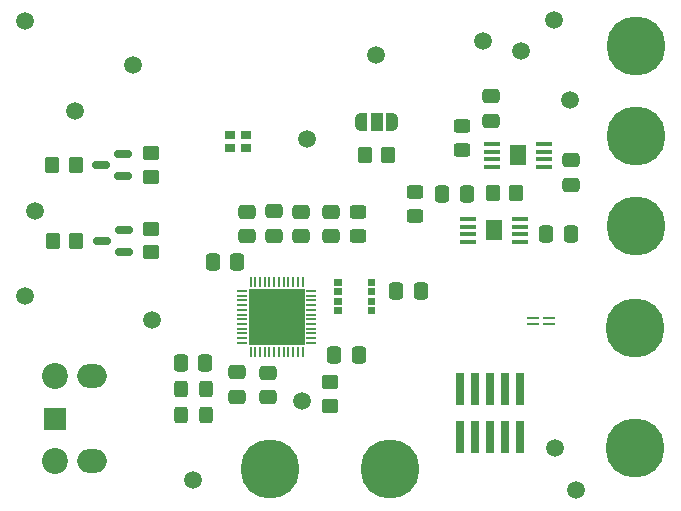
<source format=gbr>
%TF.GenerationSoftware,KiCad,Pcbnew,7.0.1*%
%TF.CreationDate,2023-11-14T13:07:04+01:00*%
%TF.ProjectId,Driver_detector,44726976-6572-45f6-9465-746563746f72,rev?*%
%TF.SameCoordinates,Original*%
%TF.FileFunction,Soldermask,Top*%
%TF.FilePolarity,Negative*%
%FSLAX46Y46*%
G04 Gerber Fmt 4.6, Leading zero omitted, Abs format (unit mm)*
G04 Created by KiCad (PCBNEW 7.0.1) date 2023-11-14 13:07:04*
%MOMM*%
%LPD*%
G01*
G04 APERTURE LIST*
G04 Aperture macros list*
%AMRoundRect*
0 Rectangle with rounded corners*
0 $1 Rounding radius*
0 $2 $3 $4 $5 $6 $7 $8 $9 X,Y pos of 4 corners*
0 Add a 4 corners polygon primitive as box body*
4,1,4,$2,$3,$4,$5,$6,$7,$8,$9,$2,$3,0*
0 Add four circle primitives for the rounded corners*
1,1,$1+$1,$2,$3*
1,1,$1+$1,$4,$5*
1,1,$1+$1,$6,$7*
1,1,$1+$1,$8,$9*
0 Add four rect primitives between the rounded corners*
20,1,$1+$1,$2,$3,$4,$5,0*
20,1,$1+$1,$4,$5,$6,$7,0*
20,1,$1+$1,$6,$7,$8,$9,0*
20,1,$1+$1,$8,$9,$2,$3,0*%
%AMFreePoly0*
4,1,19,0.550000,-0.750000,0.000000,-0.750000,0.000000,-0.744911,-0.071157,-0.744911,-0.207708,-0.704816,-0.327430,-0.627875,-0.420627,-0.520320,-0.479746,-0.390866,-0.500000,-0.250000,-0.500000,0.250000,-0.479746,0.390866,-0.420627,0.520320,-0.327430,0.627875,-0.207708,0.704816,-0.071157,0.744911,0.000000,0.744911,0.000000,0.750000,0.550000,0.750000,0.550000,-0.750000,0.550000,-0.750000,
$1*%
%AMFreePoly1*
4,1,19,0.000000,0.744911,0.071157,0.744911,0.207708,0.704816,0.327430,0.627875,0.420627,0.520320,0.479746,0.390866,0.500000,0.250000,0.500000,-0.250000,0.479746,-0.390866,0.420627,-0.520320,0.327430,-0.627875,0.207708,-0.704816,0.071157,-0.744911,0.000000,-0.744911,0.000000,-0.750000,-0.550000,-0.750000,-0.550000,0.750000,0.000000,0.750000,0.000000,0.744911,0.000000,0.744911,
$1*%
G04 Aperture macros list end*
%ADD10C,0.010000*%
%ADD11RoundRect,0.250000X0.337500X0.475000X-0.337500X0.475000X-0.337500X-0.475000X0.337500X-0.475000X0*%
%ADD12C,1.500000*%
%ADD13RoundRect,0.250000X0.350000X0.450000X-0.350000X0.450000X-0.350000X-0.450000X0.350000X-0.450000X0*%
%ADD14FreePoly0,180.000000*%
%ADD15R,1.000000X1.500000*%
%ADD16FreePoly1,180.000000*%
%ADD17RoundRect,0.250000X0.450000X-0.325000X0.450000X0.325000X-0.450000X0.325000X-0.450000X-0.325000X0*%
%ADD18RoundRect,0.250000X0.475000X-0.337500X0.475000X0.337500X-0.475000X0.337500X-0.475000X-0.337500X0*%
%ADD19C,5.000000*%
%ADD20RoundRect,0.250000X-0.475000X0.337500X-0.475000X-0.337500X0.475000X-0.337500X0.475000X0.337500X0*%
%ADD21RoundRect,0.250000X-0.337500X-0.475000X0.337500X-0.475000X0.337500X0.475000X-0.337500X0.475000X0*%
%ADD22RoundRect,0.250000X-0.350000X-0.450000X0.350000X-0.450000X0.350000X0.450000X-0.350000X0.450000X0*%
%ADD23R,1.400000X0.450000*%
%ADD24R,1.450000X1.750000*%
%ADD25RoundRect,0.250000X-0.325000X-0.450000X0.325000X-0.450000X0.325000X0.450000X-0.325000X0.450000X0*%
%ADD26R,0.900000X0.800000*%
%ADD27RoundRect,0.150000X0.587500X0.150000X-0.587500X0.150000X-0.587500X-0.150000X0.587500X-0.150000X0*%
%ADD28RoundRect,0.250000X0.450000X-0.350000X0.450000X0.350000X-0.450000X0.350000X-0.450000X-0.350000X0*%
%ADD29R,1.050000X0.250000*%
%ADD30RoundRect,0.250000X0.325000X0.450000X-0.325000X0.450000X-0.325000X-0.450000X0.325000X-0.450000X0*%
%ADD31R,0.200000X0.850000*%
%ADD32R,0.850000X0.200000*%
%ADD33R,4.700000X4.700000*%
%ADD34R,1.900000X1.900000*%
%ADD35C,2.200000*%
%ADD36O,2.500000X2.000000*%
%ADD37RoundRect,0.250000X-0.450000X0.325000X-0.450000X-0.325000X0.450000X-0.325000X0.450000X0.325000X0*%
%ADD38R,0.740000X2.790000*%
G04 APERTURE END LIST*
%TO.C,U1*%
D10*
X231746500Y-71948000D02*
X231196500Y-71948000D01*
X231196500Y-71448000D01*
X231746500Y-71448000D01*
X231746500Y-71948000D01*
G36*
X231746500Y-71948000D02*
G01*
X231196500Y-71948000D01*
X231196500Y-71448000D01*
X231746500Y-71448000D01*
X231746500Y-71948000D01*
G37*
X231746500Y-72748000D02*
X231196500Y-72748000D01*
X231196500Y-72248000D01*
X231746500Y-72248000D01*
X231746500Y-72748000D01*
G36*
X231746500Y-72748000D02*
G01*
X231196500Y-72748000D01*
X231196500Y-72248000D01*
X231746500Y-72248000D01*
X231746500Y-72748000D01*
G37*
X231746500Y-73548000D02*
X231196500Y-73548000D01*
X231196500Y-73048000D01*
X231746500Y-73048000D01*
X231746500Y-73548000D01*
G36*
X231746500Y-73548000D02*
G01*
X231196500Y-73548000D01*
X231196500Y-73048000D01*
X231746500Y-73048000D01*
X231746500Y-73548000D01*
G37*
X231746500Y-74348000D02*
X231196500Y-74348000D01*
X231196500Y-73848000D01*
X231746500Y-73848000D01*
X231746500Y-74348000D01*
G36*
X231746500Y-74348000D02*
G01*
X231196500Y-74348000D01*
X231196500Y-73848000D01*
X231746500Y-73848000D01*
X231746500Y-74348000D01*
G37*
X234596500Y-71948000D02*
X234046500Y-71948000D01*
X234046500Y-71448000D01*
X234596500Y-71448000D01*
X234596500Y-71948000D01*
G36*
X234596500Y-71948000D02*
G01*
X234046500Y-71948000D01*
X234046500Y-71448000D01*
X234596500Y-71448000D01*
X234596500Y-71948000D01*
G37*
X234596500Y-72748000D02*
X234046500Y-72748000D01*
X234046500Y-72248000D01*
X234596500Y-72248000D01*
X234596500Y-72748000D01*
G36*
X234596500Y-72748000D02*
G01*
X234046500Y-72748000D01*
X234046500Y-72248000D01*
X234596500Y-72248000D01*
X234596500Y-72748000D01*
G37*
X234596500Y-73548000D02*
X234046500Y-73548000D01*
X234046500Y-73048000D01*
X234596500Y-73048000D01*
X234596500Y-73548000D01*
G36*
X234596500Y-73548000D02*
G01*
X234046500Y-73548000D01*
X234046500Y-73048000D01*
X234596500Y-73048000D01*
X234596500Y-73548000D01*
G37*
X234596500Y-74348000D02*
X234046500Y-74348000D01*
X234046500Y-73848000D01*
X234596500Y-73848000D01*
X234596500Y-74348000D01*
G36*
X234596500Y-74348000D02*
G01*
X234046500Y-74348000D01*
X234046500Y-73848000D01*
X234596500Y-73848000D01*
X234596500Y-74348000D01*
G37*
%TD*%
D11*
%TO.C,C5*%
X220262500Y-78550000D03*
X218187500Y-78550000D03*
%TD*%
D12*
%TO.C,SDA_SENS1*%
X205880000Y-65740000D03*
%TD*%
D13*
%TO.C,R1*%
X235775000Y-60950000D03*
X233775000Y-60950000D03*
%TD*%
D12*
%TO.C,SDA_MCU1*%
X215750000Y-74900000D03*
%TD*%
D14*
%TO.C,JP1*%
X236091000Y-58156000D03*
D15*
X234791000Y-58156000D03*
D16*
X233491000Y-58156000D03*
%TD*%
D17*
%TO.C,L3*%
X233172000Y-67836000D03*
X233172000Y-65786000D03*
%TD*%
D12*
%TO.C,1V8TPS1*%
X228900000Y-59650000D03*
%TD*%
D18*
%TO.C,C10*%
X223774000Y-67839500D03*
X223774000Y-65764500D03*
%TD*%
D12*
%TO.C,SCL_SENS1*%
X214150000Y-53325000D03*
%TD*%
%TO.C,TP_GND2*%
X205025000Y-49650000D03*
%TD*%
D19*
%TO.C,BZ1*%
X225770000Y-87530000D03*
X235930000Y-87530000D03*
%TD*%
D12*
%TO.C,V_LS_IC1*%
X251200000Y-56350000D03*
%TD*%
D20*
%TO.C,C3*%
X222925000Y-79362500D03*
X222925000Y-81437500D03*
%TD*%
D21*
%TO.C,C18*%
X249162500Y-67675000D03*
X251237500Y-67675000D03*
%TD*%
D20*
%TO.C,C12*%
X228346000Y-65786000D03*
X228346000Y-67861000D03*
%TD*%
D19*
%TO.C,Battery-1*%
X256675000Y-85785000D03*
X256675000Y-75625000D03*
%TD*%
D22*
%TO.C,R8*%
X244600000Y-64200000D03*
X246600000Y-64200000D03*
%TD*%
D23*
%TO.C,IC4*%
X242488000Y-66376000D03*
X242488000Y-67026000D03*
X242488000Y-67676000D03*
X242488000Y-68326000D03*
X246888000Y-68326000D03*
X246888000Y-67676000D03*
X246888000Y-67026000D03*
X246888000Y-66376000D03*
D24*
X244688000Y-67351000D03*
%TD*%
D18*
%TO.C,C9*%
X230886000Y-67861000D03*
X230886000Y-65786000D03*
%TD*%
D12*
%TO.C,SCL_MCU1*%
X209275000Y-57275000D03*
%TD*%
%TO.C,INT1*%
X228500000Y-81825000D03*
%TD*%
D25*
%TO.C,L2*%
X218250000Y-83000000D03*
X220300000Y-83000000D03*
%TD*%
D22*
%TO.C,R6*%
X207337500Y-61775000D03*
X209337500Y-61775000D03*
%TD*%
D26*
%TO.C,Y1*%
X223750000Y-59300000D03*
X222350000Y-59300000D03*
X222350000Y-60400000D03*
X223750000Y-60400000D03*
%TD*%
D22*
%TO.C,R4*%
X207362500Y-68250000D03*
X209362500Y-68250000D03*
%TD*%
D27*
%TO.C,Q2*%
X213350000Y-62750000D03*
X213350000Y-60850000D03*
X211475000Y-61800000D03*
%TD*%
D23*
%TO.C,IC3*%
X244520000Y-60025000D03*
X244520000Y-60675000D03*
X244520000Y-61325000D03*
X244520000Y-61975000D03*
X248920000Y-61975000D03*
X248920000Y-61325000D03*
X248920000Y-60675000D03*
X248920000Y-60025000D03*
D24*
X246720000Y-61000000D03*
%TD*%
D12*
%TO.C,KeyVolt1*%
X234750000Y-52475000D03*
%TD*%
D19*
%TO.C,SW1*%
X256725000Y-51710000D03*
X256725000Y-66950000D03*
X256725000Y-59330000D03*
%TD*%
D28*
%TO.C,R5*%
X215662500Y-62825000D03*
X215662500Y-60825000D03*
%TD*%
D20*
%TO.C,C11*%
X226060000Y-65743000D03*
X226060000Y-67818000D03*
%TD*%
D29*
%TO.C,IC5*%
X248050000Y-74750000D03*
X248050000Y-75250000D03*
X249350000Y-75250000D03*
X249350000Y-74750000D03*
%TD*%
D12*
%TO.C,NReset1*%
X243825000Y-51300000D03*
%TD*%
D11*
%TO.C,C1*%
X238512500Y-72475000D03*
X236437500Y-72475000D03*
%TD*%
D30*
%TO.C,L1*%
X220300000Y-80775000D03*
X218250000Y-80775000D03*
%TD*%
D12*
%TO.C,EN1*%
X251675000Y-89325000D03*
%TD*%
%TO.C,V_Buzzer1*%
X219250000Y-88475000D03*
%TD*%
D18*
%TO.C,C2*%
X225625000Y-81462500D03*
X225625000Y-79387500D03*
%TD*%
D28*
%TO.C,R3*%
X215687500Y-69200000D03*
X215687500Y-67200000D03*
%TD*%
D31*
%TO.C,IC2*%
X224114000Y-77626000D03*
X224514000Y-77626000D03*
X224914000Y-77626000D03*
X225314000Y-77626000D03*
X225714000Y-77626000D03*
X226114000Y-77626000D03*
X226514000Y-77626000D03*
X226914000Y-77626000D03*
X227314000Y-77626000D03*
X227714000Y-77626000D03*
X228114000Y-77626000D03*
X228514000Y-77626000D03*
D32*
X229264000Y-76876000D03*
X229264000Y-76476000D03*
X229264000Y-76076000D03*
X229264000Y-75676000D03*
X229264000Y-75276000D03*
X229264000Y-74876000D03*
X229264000Y-74476000D03*
X229264000Y-74076000D03*
X229264000Y-73676000D03*
X229264000Y-73276000D03*
X229264000Y-72876000D03*
X229264000Y-72476000D03*
D31*
X228514000Y-71726000D03*
X228114000Y-71726000D03*
X227714000Y-71726000D03*
X227314000Y-71726000D03*
X226914000Y-71726000D03*
X226514000Y-71726000D03*
X226114000Y-71726000D03*
X225714000Y-71726000D03*
X225314000Y-71726000D03*
X224914000Y-71726000D03*
X224514000Y-71726000D03*
X224114000Y-71726000D03*
D32*
X223364000Y-72476000D03*
X223364000Y-72876000D03*
X223364000Y-73276000D03*
X223364000Y-73676000D03*
X223364000Y-74076000D03*
X223364000Y-74476000D03*
X223364000Y-74876000D03*
X223364000Y-75276000D03*
X223364000Y-75676000D03*
X223364000Y-76076000D03*
X223364000Y-76476000D03*
X223364000Y-76876000D03*
D33*
X226314000Y-74676000D03*
%TD*%
D34*
%TO.C,AE1*%
X207515000Y-83300000D03*
D35*
X207515000Y-79700000D03*
X207515000Y-86900000D03*
D36*
X210675000Y-86900000D03*
X210675000Y-79700000D03*
%TD*%
D12*
%TO.C,1.8V1*%
X205025000Y-72900000D03*
%TD*%
D18*
%TO.C,C15*%
X244475000Y-58087500D03*
X244475000Y-56012500D03*
%TD*%
D12*
%TO.C,3V3_TPS1*%
X247050000Y-52150000D03*
%TD*%
%TO.C,TP_GND1*%
X249775000Y-49575000D03*
%TD*%
D28*
%TO.C,R2*%
X230850000Y-82175000D03*
X230850000Y-80175000D03*
%TD*%
D12*
%TO.C,P_R_S1*%
X249925000Y-85775000D03*
%TD*%
D11*
%TO.C,C8*%
X222987500Y-70000000D03*
X220912500Y-70000000D03*
%TD*%
D21*
%TO.C,C17*%
X240337500Y-64250000D03*
X242412500Y-64250000D03*
%TD*%
D37*
%TO.C,L5*%
X242025000Y-58500000D03*
X242025000Y-60550000D03*
%TD*%
D20*
%TO.C,C16*%
X251250000Y-61412500D03*
X251250000Y-63487500D03*
%TD*%
D27*
%TO.C,Q1*%
X213387500Y-69175000D03*
X213387500Y-67275000D03*
X211512500Y-68225000D03*
%TD*%
D21*
%TO.C,C4*%
X231212500Y-77925000D03*
X233287500Y-77925000D03*
%TD*%
D37*
%TO.C,L6*%
X238075000Y-64075000D03*
X238075000Y-66125000D03*
%TD*%
D38*
%TO.C,Debug_in1*%
X241808000Y-84836000D03*
X241808000Y-80766000D03*
X243078000Y-84836000D03*
X243078000Y-80766000D03*
X244348000Y-84836000D03*
X244348000Y-80766000D03*
X245618000Y-84836000D03*
X245618000Y-80766000D03*
X246888000Y-84836000D03*
X246888000Y-80766000D03*
%TD*%
M02*

</source>
